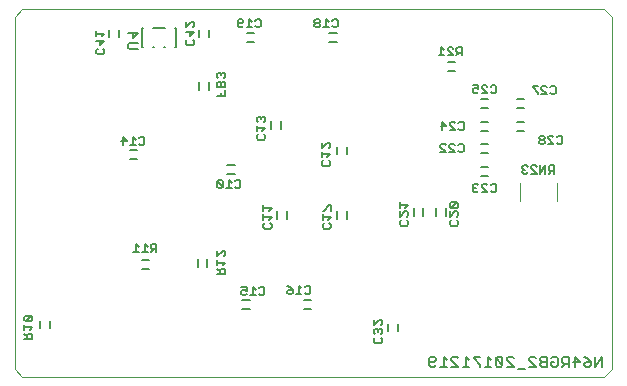
<source format=gbo>
G75*
%MOIN*%
%OFA0B0*%
%FSLAX25Y25*%
%IPPOS*%
%LPD*%
%AMOC8*
5,1,8,0,0,1.08239X$1,22.5*
%
%ADD10C,0.00000*%
%ADD11C,0.00500*%
%ADD12C,0.00600*%
%ADD13C,0.00400*%
D10*
X0001500Y0004550D02*
X0004000Y0002050D01*
X0198000Y0002050D01*
X0200500Y0004550D01*
X0200500Y0122050D01*
X0198000Y0124550D01*
X0004000Y0124550D01*
X0001500Y0122050D01*
X0001500Y0004550D01*
D11*
X0004650Y0014660D02*
X0007352Y0014660D01*
X0007352Y0016012D01*
X0006902Y0016462D01*
X0006001Y0016462D01*
X0005551Y0016012D01*
X0005551Y0014660D01*
X0005551Y0015561D02*
X0004650Y0016462D01*
X0004650Y0017607D02*
X0004650Y0019409D01*
X0004650Y0018508D02*
X0007352Y0018508D01*
X0006452Y0017607D01*
X0006902Y0020553D02*
X0005100Y0020553D01*
X0006902Y0022355D01*
X0005100Y0022355D01*
X0004650Y0021905D01*
X0004650Y0021004D01*
X0005100Y0020553D01*
X0006902Y0020553D02*
X0007352Y0021004D01*
X0007352Y0021905D01*
X0006902Y0022355D01*
X0040955Y0043600D02*
X0042757Y0043600D01*
X0041856Y0043600D02*
X0041856Y0046302D01*
X0042757Y0045402D01*
X0044803Y0046302D02*
X0044803Y0043600D01*
X0045703Y0043600D02*
X0043902Y0043600D01*
X0045703Y0045402D02*
X0044803Y0046302D01*
X0046848Y0045852D02*
X0046848Y0044951D01*
X0047299Y0044501D01*
X0048650Y0044501D01*
X0047749Y0044501D02*
X0046848Y0043600D01*
X0048650Y0043600D02*
X0048650Y0046302D01*
X0047299Y0046302D01*
X0046848Y0045852D01*
X0068950Y0043995D02*
X0068950Y0042193D01*
X0070752Y0043995D01*
X0071202Y0043995D01*
X0071652Y0043544D01*
X0071652Y0042643D01*
X0071202Y0042193D01*
X0071652Y0040147D02*
X0068950Y0040147D01*
X0068950Y0039247D02*
X0068950Y0041048D01*
X0070752Y0039247D02*
X0071652Y0040147D01*
X0071202Y0038102D02*
X0070301Y0038102D01*
X0069851Y0037651D01*
X0069851Y0036300D01*
X0069851Y0037201D02*
X0068950Y0038102D01*
X0068950Y0036300D02*
X0071652Y0036300D01*
X0071652Y0037651D01*
X0071202Y0038102D01*
X0076955Y0032002D02*
X0078757Y0032002D01*
X0078757Y0030651D01*
X0077856Y0031102D01*
X0077406Y0031102D01*
X0076955Y0030651D01*
X0076955Y0029750D01*
X0077406Y0029300D01*
X0078307Y0029300D01*
X0078757Y0029750D01*
X0079902Y0029300D02*
X0081703Y0029300D01*
X0080803Y0029300D02*
X0080803Y0032002D01*
X0081703Y0031102D01*
X0082848Y0031552D02*
X0083299Y0032002D01*
X0084200Y0032002D01*
X0084650Y0031552D01*
X0084650Y0029750D01*
X0084200Y0029300D01*
X0083299Y0029300D01*
X0082848Y0029750D01*
X0092255Y0030150D02*
X0092255Y0030601D01*
X0092706Y0031051D01*
X0094057Y0031051D01*
X0094057Y0030150D01*
X0093607Y0029700D01*
X0092706Y0029700D01*
X0092255Y0030150D01*
X0093156Y0031952D02*
X0094057Y0031051D01*
X0093156Y0031952D02*
X0092255Y0032402D01*
X0096103Y0032402D02*
X0096103Y0029700D01*
X0097003Y0029700D02*
X0095202Y0029700D01*
X0097003Y0031502D02*
X0096103Y0032402D01*
X0098148Y0031952D02*
X0098599Y0032402D01*
X0099500Y0032402D01*
X0099950Y0031952D01*
X0099950Y0030150D01*
X0099500Y0029700D01*
X0098599Y0029700D01*
X0098148Y0030150D01*
X0121150Y0020955D02*
X0121150Y0019153D01*
X0122952Y0020955D01*
X0123402Y0020955D01*
X0123852Y0020505D01*
X0123852Y0019604D01*
X0123402Y0019153D01*
X0123402Y0018009D02*
X0122952Y0018009D01*
X0122501Y0017558D01*
X0122051Y0018009D01*
X0121600Y0018009D01*
X0121150Y0017558D01*
X0121150Y0016657D01*
X0121600Y0016207D01*
X0121600Y0015062D02*
X0121150Y0014612D01*
X0121150Y0013711D01*
X0121600Y0013260D01*
X0123402Y0013260D01*
X0123852Y0013711D01*
X0123852Y0014612D01*
X0123402Y0015062D01*
X0123402Y0016207D02*
X0123852Y0016657D01*
X0123852Y0017558D01*
X0123402Y0018009D01*
X0122501Y0017558D02*
X0122501Y0017108D01*
X0130300Y0052460D02*
X0129850Y0052911D01*
X0129850Y0053812D01*
X0130300Y0054262D01*
X0129850Y0055407D02*
X0131652Y0057209D01*
X0132102Y0057209D01*
X0132552Y0056758D01*
X0132552Y0055857D01*
X0132102Y0055407D01*
X0132102Y0054262D02*
X0132552Y0053812D01*
X0132552Y0052911D01*
X0132102Y0052460D01*
X0130300Y0052460D01*
X0129850Y0055407D02*
X0129850Y0057209D01*
X0129850Y0058353D02*
X0129850Y0060155D01*
X0129850Y0059254D02*
X0132552Y0059254D01*
X0131652Y0058353D01*
X0146450Y0058804D02*
X0146900Y0058353D01*
X0148702Y0060155D01*
X0146900Y0060155D01*
X0146450Y0059705D01*
X0146450Y0058804D01*
X0146900Y0058353D02*
X0148702Y0058353D01*
X0149152Y0058804D01*
X0149152Y0059705D01*
X0148702Y0060155D01*
X0148702Y0057209D02*
X0149152Y0056758D01*
X0149152Y0055857D01*
X0148702Y0055407D01*
X0148702Y0054262D02*
X0149152Y0053812D01*
X0149152Y0052911D01*
X0148702Y0052460D01*
X0146900Y0052460D01*
X0146450Y0052911D01*
X0146450Y0053812D01*
X0146900Y0054262D01*
X0146450Y0055407D02*
X0148252Y0057209D01*
X0148702Y0057209D01*
X0146450Y0057209D02*
X0146450Y0055407D01*
X0154606Y0063600D02*
X0154155Y0064050D01*
X0154155Y0064501D01*
X0154606Y0064951D01*
X0155056Y0064951D01*
X0154606Y0064951D02*
X0154155Y0065402D01*
X0154155Y0065852D01*
X0154606Y0066302D01*
X0155507Y0066302D01*
X0155957Y0065852D01*
X0157102Y0065852D02*
X0157102Y0065402D01*
X0158903Y0063600D01*
X0157102Y0063600D01*
X0155957Y0064050D02*
X0155507Y0063600D01*
X0154606Y0063600D01*
X0157102Y0065852D02*
X0157552Y0066302D01*
X0158453Y0066302D01*
X0158903Y0065852D01*
X0160048Y0065852D02*
X0160499Y0066302D01*
X0161400Y0066302D01*
X0161850Y0065852D01*
X0161850Y0064050D01*
X0161400Y0063600D01*
X0160499Y0063600D01*
X0160048Y0064050D01*
X0170609Y0070250D02*
X0171059Y0069800D01*
X0171960Y0069800D01*
X0172410Y0070250D01*
X0173555Y0069800D02*
X0175357Y0069800D01*
X0173555Y0071602D01*
X0173555Y0072052D01*
X0174006Y0072502D01*
X0174907Y0072502D01*
X0175357Y0072052D01*
X0176502Y0072502D02*
X0176502Y0069800D01*
X0178303Y0072502D01*
X0178303Y0069800D01*
X0179448Y0069800D02*
X0180349Y0070701D01*
X0179899Y0070701D02*
X0181250Y0070701D01*
X0181250Y0069800D02*
X0181250Y0072502D01*
X0179899Y0072502D01*
X0179448Y0072052D01*
X0179448Y0071151D01*
X0179899Y0070701D01*
X0172410Y0072052D02*
X0171960Y0072502D01*
X0171059Y0072502D01*
X0170609Y0072052D01*
X0170609Y0071602D01*
X0171059Y0071151D01*
X0170609Y0070701D01*
X0170609Y0070250D01*
X0171059Y0071151D02*
X0171510Y0071151D01*
X0176706Y0079700D02*
X0177607Y0079700D01*
X0178057Y0080150D01*
X0178057Y0080601D01*
X0177607Y0081051D01*
X0176706Y0081051D01*
X0176255Y0080601D01*
X0176255Y0080150D01*
X0176706Y0079700D01*
X0179202Y0079700D02*
X0181003Y0079700D01*
X0179202Y0081502D01*
X0179202Y0081952D01*
X0179652Y0082402D01*
X0180553Y0082402D01*
X0181003Y0081952D01*
X0182148Y0081952D02*
X0182599Y0082402D01*
X0183500Y0082402D01*
X0183950Y0081952D01*
X0183950Y0080150D01*
X0183500Y0079700D01*
X0182599Y0079700D01*
X0182148Y0080150D01*
X0178057Y0081502D02*
X0178057Y0081952D01*
X0177607Y0082402D01*
X0176706Y0082402D01*
X0176255Y0081952D01*
X0176255Y0081502D01*
X0176706Y0081051D01*
X0177607Y0081051D02*
X0178057Y0081502D01*
X0178803Y0096300D02*
X0177002Y0096300D01*
X0175857Y0096300D02*
X0175857Y0096750D01*
X0174055Y0098552D01*
X0174055Y0099002D01*
X0175857Y0099002D01*
X0177002Y0098552D02*
X0177452Y0099002D01*
X0178353Y0099002D01*
X0178803Y0098552D01*
X0179948Y0098552D02*
X0180399Y0099002D01*
X0181300Y0099002D01*
X0181750Y0098552D01*
X0181750Y0096750D01*
X0181300Y0096300D01*
X0180399Y0096300D01*
X0179948Y0096750D01*
X0178803Y0096300D02*
X0177002Y0098102D01*
X0177002Y0098552D01*
X0161850Y0098752D02*
X0161850Y0096950D01*
X0161400Y0096500D01*
X0160499Y0096500D01*
X0160048Y0096950D01*
X0158903Y0096500D02*
X0157102Y0098302D01*
X0157102Y0098752D01*
X0157552Y0099202D01*
X0158453Y0099202D01*
X0158903Y0098752D01*
X0160048Y0098752D02*
X0160499Y0099202D01*
X0161400Y0099202D01*
X0161850Y0098752D01*
X0158903Y0096500D02*
X0157102Y0096500D01*
X0155957Y0096950D02*
X0155507Y0096500D01*
X0154606Y0096500D01*
X0154155Y0096950D01*
X0154155Y0097851D01*
X0154606Y0098302D01*
X0155056Y0098302D01*
X0155957Y0097851D01*
X0155957Y0099202D01*
X0154155Y0099202D01*
X0150450Y0109200D02*
X0150450Y0111902D01*
X0149099Y0111902D01*
X0148648Y0111452D01*
X0148648Y0110551D01*
X0149099Y0110101D01*
X0150450Y0110101D01*
X0149549Y0110101D02*
X0148648Y0109200D01*
X0147503Y0109200D02*
X0145702Y0111002D01*
X0145702Y0111452D01*
X0146152Y0111902D01*
X0147053Y0111902D01*
X0147503Y0111452D01*
X0144557Y0111002D02*
X0143656Y0111902D01*
X0143656Y0109200D01*
X0144557Y0109200D02*
X0142755Y0109200D01*
X0145702Y0109200D02*
X0147503Y0109200D01*
X0147753Y0087002D02*
X0148203Y0086552D01*
X0147753Y0087002D02*
X0146852Y0087002D01*
X0146402Y0086552D01*
X0146402Y0086102D01*
X0148203Y0084300D01*
X0146402Y0084300D01*
X0145257Y0085651D02*
X0143455Y0085651D01*
X0143906Y0084300D02*
X0143906Y0087002D01*
X0145257Y0085651D01*
X0149348Y0084750D02*
X0149799Y0084300D01*
X0150700Y0084300D01*
X0151150Y0084750D01*
X0151150Y0086552D01*
X0150700Y0087002D01*
X0149799Y0087002D01*
X0149348Y0086552D01*
X0149699Y0079602D02*
X0150600Y0079602D01*
X0151050Y0079152D01*
X0151050Y0077350D01*
X0150600Y0076900D01*
X0149699Y0076900D01*
X0149248Y0077350D01*
X0148103Y0076900D02*
X0146302Y0078702D01*
X0146302Y0079152D01*
X0146752Y0079602D01*
X0147653Y0079602D01*
X0148103Y0079152D01*
X0149248Y0079152D02*
X0149699Y0079602D01*
X0148103Y0076900D02*
X0146302Y0076900D01*
X0145157Y0076900D02*
X0143355Y0078702D01*
X0143355Y0079152D01*
X0143806Y0079602D01*
X0144707Y0079602D01*
X0145157Y0079152D01*
X0145157Y0076900D02*
X0143355Y0076900D01*
X0106552Y0076208D02*
X0105652Y0075307D01*
X0106102Y0074162D02*
X0106552Y0073712D01*
X0106552Y0072811D01*
X0106102Y0072360D01*
X0104300Y0072360D01*
X0103850Y0072811D01*
X0103850Y0073712D01*
X0104300Y0074162D01*
X0103850Y0075307D02*
X0103850Y0077109D01*
X0103850Y0076208D02*
X0106552Y0076208D01*
X0106102Y0078253D02*
X0106552Y0078704D01*
X0106552Y0079605D01*
X0106102Y0080055D01*
X0105652Y0080055D01*
X0103850Y0078253D01*
X0103850Y0080055D01*
X0084852Y0081511D02*
X0084402Y0081060D01*
X0082600Y0081060D01*
X0082150Y0081511D01*
X0082150Y0082412D01*
X0082600Y0082862D01*
X0082150Y0084007D02*
X0082150Y0085809D01*
X0082150Y0084908D02*
X0084852Y0084908D01*
X0083952Y0084007D01*
X0084402Y0082862D02*
X0084852Y0082412D01*
X0084852Y0081511D01*
X0084402Y0086953D02*
X0084852Y0087404D01*
X0084852Y0088305D01*
X0084402Y0088755D01*
X0083952Y0088755D01*
X0083501Y0088305D01*
X0083051Y0088755D01*
X0082600Y0088755D01*
X0082150Y0088305D01*
X0082150Y0087404D01*
X0082600Y0086953D01*
X0083501Y0087854D02*
X0083501Y0088305D01*
X0071552Y0095700D02*
X0071552Y0097502D01*
X0071552Y0098647D02*
X0071552Y0099998D01*
X0071102Y0100448D01*
X0070652Y0100448D01*
X0070201Y0099998D01*
X0070201Y0098647D01*
X0070201Y0099998D02*
X0069751Y0100448D01*
X0069300Y0100448D01*
X0068850Y0099998D01*
X0068850Y0098647D01*
X0071552Y0098647D01*
X0070201Y0096601D02*
X0070201Y0095700D01*
X0068850Y0095700D02*
X0071552Y0095700D01*
X0071102Y0101593D02*
X0071552Y0102043D01*
X0071552Y0102944D01*
X0071102Y0103395D01*
X0070652Y0103395D01*
X0070201Y0102944D01*
X0069751Y0103395D01*
X0069300Y0103395D01*
X0068850Y0102944D01*
X0068850Y0102043D01*
X0069300Y0101593D01*
X0070201Y0102494D02*
X0070201Y0102944D01*
X0060702Y0112660D02*
X0058900Y0112660D01*
X0058450Y0113111D01*
X0058450Y0114012D01*
X0058900Y0114462D01*
X0059801Y0115607D02*
X0059801Y0117409D01*
X0058450Y0116958D02*
X0061152Y0116958D01*
X0059801Y0115607D01*
X0060702Y0114462D02*
X0061152Y0114012D01*
X0061152Y0113111D01*
X0060702Y0112660D01*
X0060702Y0118553D02*
X0061152Y0119004D01*
X0061152Y0119905D01*
X0060702Y0120355D01*
X0060252Y0120355D01*
X0058450Y0118553D01*
X0058450Y0120355D01*
X0075755Y0120752D02*
X0075755Y0118950D01*
X0076206Y0118500D01*
X0077107Y0118500D01*
X0077557Y0118950D01*
X0077107Y0119851D02*
X0075755Y0119851D01*
X0075755Y0120752D02*
X0076206Y0121202D01*
X0077107Y0121202D01*
X0077557Y0120752D01*
X0077557Y0120302D01*
X0077107Y0119851D01*
X0078702Y0118500D02*
X0080503Y0118500D01*
X0079603Y0118500D02*
X0079603Y0121202D01*
X0080503Y0120302D01*
X0081648Y0120752D02*
X0082099Y0121202D01*
X0083000Y0121202D01*
X0083450Y0120752D01*
X0083450Y0118950D01*
X0083000Y0118500D01*
X0082099Y0118500D01*
X0081648Y0118950D01*
X0101355Y0118950D02*
X0101806Y0118500D01*
X0102707Y0118500D01*
X0103157Y0118950D01*
X0103157Y0119401D01*
X0102707Y0119851D01*
X0101806Y0119851D01*
X0101355Y0119401D01*
X0101355Y0118950D01*
X0101806Y0119851D02*
X0101355Y0120302D01*
X0101355Y0120752D01*
X0101806Y0121202D01*
X0102707Y0121202D01*
X0103157Y0120752D01*
X0103157Y0120302D01*
X0102707Y0119851D01*
X0104302Y0118500D02*
X0106103Y0118500D01*
X0105203Y0118500D02*
X0105203Y0121202D01*
X0106103Y0120302D01*
X0107248Y0120752D02*
X0107699Y0121202D01*
X0108600Y0121202D01*
X0109050Y0120752D01*
X0109050Y0118950D01*
X0108600Y0118500D01*
X0107699Y0118500D01*
X0107248Y0118950D01*
X0044650Y0081552D02*
X0044650Y0079750D01*
X0044200Y0079300D01*
X0043299Y0079300D01*
X0042848Y0079750D01*
X0041703Y0079300D02*
X0039902Y0079300D01*
X0040803Y0079300D02*
X0040803Y0082002D01*
X0041703Y0081102D01*
X0042848Y0081552D02*
X0043299Y0082002D01*
X0044200Y0082002D01*
X0044650Y0081552D01*
X0038757Y0080651D02*
X0036955Y0080651D01*
X0037406Y0079300D02*
X0037406Y0082002D01*
X0038757Y0080651D01*
X0068955Y0067152D02*
X0068955Y0065350D01*
X0069406Y0064900D01*
X0070307Y0064900D01*
X0070757Y0065350D01*
X0068955Y0067152D01*
X0069406Y0067602D01*
X0070307Y0067602D01*
X0070757Y0067152D01*
X0070757Y0065350D01*
X0071902Y0064900D02*
X0073703Y0064900D01*
X0072803Y0064900D02*
X0072803Y0067602D01*
X0073703Y0066702D01*
X0074848Y0067152D02*
X0075299Y0067602D01*
X0076200Y0067602D01*
X0076650Y0067152D01*
X0076650Y0065350D01*
X0076200Y0064900D01*
X0075299Y0064900D01*
X0074848Y0065350D01*
X0084350Y0059155D02*
X0084350Y0057353D01*
X0084350Y0058254D02*
X0087052Y0058254D01*
X0086152Y0057353D01*
X0084350Y0056209D02*
X0084350Y0054407D01*
X0084350Y0055308D02*
X0087052Y0055308D01*
X0086152Y0054407D01*
X0086602Y0053262D02*
X0087052Y0052812D01*
X0087052Y0051911D01*
X0086602Y0051460D01*
X0084800Y0051460D01*
X0084350Y0051911D01*
X0084350Y0052812D01*
X0084800Y0053262D01*
X0104050Y0052812D02*
X0104050Y0051911D01*
X0104500Y0051460D01*
X0106302Y0051460D01*
X0106752Y0051911D01*
X0106752Y0052812D01*
X0106302Y0053262D01*
X0105852Y0054407D02*
X0106752Y0055308D01*
X0104050Y0055308D01*
X0104050Y0054407D02*
X0104050Y0056209D01*
X0104050Y0057353D02*
X0104500Y0057353D01*
X0106302Y0059155D01*
X0106752Y0059155D01*
X0106752Y0057353D01*
X0104500Y0053262D02*
X0104050Y0052812D01*
X0031352Y0110111D02*
X0030902Y0109660D01*
X0029100Y0109660D01*
X0028650Y0110111D01*
X0028650Y0111012D01*
X0029100Y0111462D01*
X0030001Y0112607D02*
X0030001Y0114409D01*
X0030452Y0115553D02*
X0031352Y0116454D01*
X0028650Y0116454D01*
X0028650Y0115553D02*
X0028650Y0117355D01*
X0028650Y0113958D02*
X0031352Y0113958D01*
X0030001Y0112607D01*
X0030902Y0111462D02*
X0031352Y0111012D01*
X0031352Y0110111D01*
D12*
X0032938Y0115300D02*
X0032938Y0117800D01*
X0036063Y0117800D02*
X0036063Y0115300D01*
X0039200Y0116568D02*
X0042603Y0116568D01*
X0040901Y0114867D01*
X0040901Y0117135D01*
X0043902Y0118239D02*
X0044272Y0118239D01*
X0043902Y0118239D02*
X0043902Y0111861D01*
X0044272Y0111861D01*
X0042603Y0111184D02*
X0039767Y0111184D01*
X0039200Y0111751D01*
X0039200Y0112885D01*
X0039767Y0113452D01*
X0042603Y0113452D01*
X0047445Y0111861D02*
X0047815Y0111861D01*
X0051185Y0111861D02*
X0051555Y0111861D01*
X0054728Y0111861D02*
X0055098Y0111861D01*
X0055098Y0118239D01*
X0054728Y0118239D01*
X0051555Y0118239D02*
X0047445Y0118239D01*
X0062937Y0117800D02*
X0062937Y0115300D01*
X0066063Y0115300D02*
X0066063Y0117800D01*
X0078750Y0116612D02*
X0081250Y0116612D01*
X0081250Y0113487D02*
X0078750Y0113487D01*
X0066063Y0100300D02*
X0066063Y0097800D01*
X0062937Y0097800D02*
X0062937Y0100300D01*
X0086937Y0087300D02*
X0086937Y0084800D01*
X0090062Y0084800D02*
X0090062Y0087300D01*
X0108937Y0078800D02*
X0108937Y0076300D01*
X0112062Y0076300D02*
X0112062Y0078800D01*
X0134438Y0058300D02*
X0134438Y0055800D01*
X0137563Y0055800D02*
X0137563Y0058300D01*
X0141938Y0058300D02*
X0141938Y0055800D01*
X0145063Y0055800D02*
X0145063Y0058300D01*
X0156750Y0068988D02*
X0159250Y0068988D01*
X0159250Y0072113D02*
X0156750Y0072113D01*
X0156750Y0076488D02*
X0159250Y0076488D01*
X0159250Y0079613D02*
X0156750Y0079613D01*
X0156750Y0083988D02*
X0159250Y0083988D01*
X0159250Y0087112D02*
X0156750Y0087112D01*
X0156750Y0091487D02*
X0159250Y0091487D01*
X0159250Y0094612D02*
X0156750Y0094612D01*
X0168750Y0094612D02*
X0171250Y0094612D01*
X0171250Y0091487D02*
X0168750Y0091487D01*
X0168750Y0087112D02*
X0171250Y0087112D01*
X0171250Y0083988D02*
X0168750Y0083988D01*
X0148250Y0103987D02*
X0145750Y0103987D01*
X0145750Y0107112D02*
X0148250Y0107112D01*
X0108750Y0113487D02*
X0106250Y0113487D01*
X0106250Y0116612D02*
X0108750Y0116612D01*
X0042250Y0077613D02*
X0039750Y0077613D01*
X0039750Y0074488D02*
X0042250Y0074488D01*
X0072250Y0072613D02*
X0074750Y0072613D01*
X0074750Y0069488D02*
X0072250Y0069488D01*
X0088937Y0057300D02*
X0088937Y0054800D01*
X0092062Y0054800D02*
X0092062Y0057300D01*
X0108937Y0057300D02*
X0108937Y0054800D01*
X0112062Y0054800D02*
X0112062Y0057300D01*
X0100250Y0027612D02*
X0097750Y0027612D01*
X0097750Y0024487D02*
X0100250Y0024487D01*
X0079750Y0024487D02*
X0077250Y0024487D01*
X0077250Y0027612D02*
X0079750Y0027612D01*
X0065563Y0038800D02*
X0065563Y0041300D01*
X0062437Y0041300D02*
X0062437Y0038800D01*
X0046250Y0037988D02*
X0043750Y0037988D01*
X0043750Y0041113D02*
X0046250Y0041113D01*
X0013062Y0020800D02*
X0013062Y0018300D01*
X0009938Y0018300D02*
X0009938Y0020800D01*
X0125937Y0019800D02*
X0125937Y0017300D01*
X0129062Y0017300D02*
X0129062Y0019800D01*
X0140217Y0008753D02*
X0139649Y0008186D01*
X0139649Y0005917D01*
X0140217Y0005350D01*
X0141351Y0005350D01*
X0141918Y0005917D01*
X0141351Y0007051D02*
X0139649Y0007051D01*
X0141351Y0007051D02*
X0141918Y0007619D01*
X0141918Y0008186D01*
X0141351Y0008753D01*
X0140217Y0008753D01*
X0144467Y0008753D02*
X0144467Y0005350D01*
X0145601Y0005350D02*
X0143333Y0005350D01*
X0145601Y0007619D02*
X0144467Y0008753D01*
X0147016Y0008186D02*
X0147016Y0007619D01*
X0149284Y0005350D01*
X0147016Y0005350D01*
X0147016Y0008186D02*
X0147583Y0008753D01*
X0148717Y0008753D01*
X0149284Y0008186D01*
X0151833Y0008753D02*
X0151833Y0005350D01*
X0152967Y0005350D02*
X0150699Y0005350D01*
X0152967Y0007619D02*
X0151833Y0008753D01*
X0154382Y0008753D02*
X0154382Y0008186D01*
X0156651Y0005917D01*
X0156651Y0005350D01*
X0158065Y0005350D02*
X0160334Y0005350D01*
X0159199Y0005350D02*
X0159199Y0008753D01*
X0160334Y0007619D01*
X0161748Y0008186D02*
X0161748Y0005917D01*
X0162315Y0005350D01*
X0163450Y0005350D01*
X0164017Y0005917D01*
X0161748Y0008186D01*
X0162315Y0008753D01*
X0163450Y0008753D01*
X0164017Y0008186D01*
X0164017Y0005917D01*
X0165431Y0005350D02*
X0167700Y0005350D01*
X0165431Y0007619D01*
X0165431Y0008186D01*
X0165999Y0008753D01*
X0167133Y0008753D01*
X0167700Y0008186D01*
X0169115Y0004783D02*
X0171383Y0004783D01*
X0172798Y0005350D02*
X0175066Y0005350D01*
X0172798Y0007619D01*
X0172798Y0008186D01*
X0173365Y0008753D01*
X0174499Y0008753D01*
X0175066Y0008186D01*
X0176481Y0008186D02*
X0176481Y0007619D01*
X0177048Y0007051D01*
X0178749Y0007051D01*
X0180164Y0007051D02*
X0181298Y0007051D01*
X0180164Y0007051D02*
X0180164Y0005917D01*
X0180731Y0005350D01*
X0181865Y0005350D01*
X0182433Y0005917D01*
X0182433Y0008186D01*
X0181865Y0008753D01*
X0180731Y0008753D01*
X0180164Y0008186D01*
X0178749Y0008753D02*
X0177048Y0008753D01*
X0176481Y0008186D01*
X0177048Y0007051D02*
X0176481Y0006484D01*
X0176481Y0005917D01*
X0177048Y0005350D01*
X0178749Y0005350D01*
X0178749Y0008753D01*
X0183847Y0008186D02*
X0183847Y0007051D01*
X0184414Y0006484D01*
X0186116Y0006484D01*
X0186116Y0005350D02*
X0186116Y0008753D01*
X0184414Y0008753D01*
X0183847Y0008186D01*
X0184981Y0006484D02*
X0183847Y0005350D01*
X0187530Y0007051D02*
X0189799Y0007051D01*
X0188097Y0008753D01*
X0188097Y0005350D01*
X0191213Y0005917D02*
X0191213Y0006484D01*
X0191781Y0007051D01*
X0193482Y0007051D01*
X0193482Y0005917D01*
X0192915Y0005350D01*
X0191781Y0005350D01*
X0191213Y0005917D01*
X0193482Y0007051D02*
X0192348Y0008186D01*
X0191213Y0008753D01*
X0194897Y0008753D02*
X0194897Y0005350D01*
X0197165Y0008753D01*
X0197165Y0005350D01*
X0156651Y0008753D02*
X0154382Y0008753D01*
D13*
X0169898Y0060597D02*
X0169898Y0066503D01*
X0182102Y0066503D02*
X0182102Y0060597D01*
M02*

</source>
